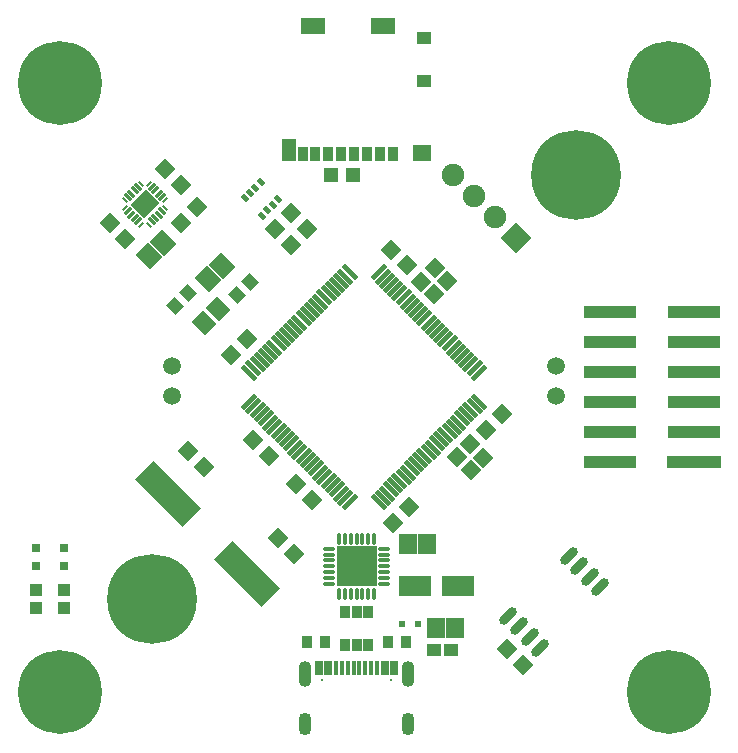
<source format=gbr>
%TF.GenerationSoftware,Altium Limited,Altium Designer,24.2.2 (26)*%
G04 Layer_Color=8388736*
%FSLAX45Y45*%
%MOMM*%
%TF.SameCoordinates,D31C6D6D-B6E9-44EC-8E0F-9CDDCF0E9FEB*%
%TF.FilePolarity,Negative*%
%TF.FileFunction,Soldermask,Top*%
%TF.Part,Single*%
G01*
G75*
%TA.AperFunction,SMDPad,CuDef*%
%ADD11R,0.80000X0.80000*%
%ADD78R,1.10320X1.05320*%
%ADD79O,0.35000X1.10000*%
%ADD80O,1.10000X0.35000*%
%ADD81R,3.35000X3.35000*%
%ADD82R,4.60000X1.10000*%
%ADD83R,4.42000X1.10000*%
%ADD84P,1.83848X4X180.0*%
%ADD85P,1.83848X4X270.0*%
G04:AMPARAMS|DCode=86|XSize=0.35mm|YSize=0.85mm|CornerRadius=0mm|HoleSize=0mm|Usage=FLASHONLY|Rotation=135.000|XOffset=0mm|YOffset=0mm|HoleType=Round|Shape=Round|*
%AMOVALD86*
21,1,0.50000,0.35000,0.00000,0.00000,225.0*
1,1,0.35000,0.17678,0.17678*
1,1,0.35000,-0.17678,-0.17678*
%
%ADD86OVALD86*%

G04:AMPARAMS|DCode=87|XSize=0.35mm|YSize=0.85mm|CornerRadius=0mm|HoleSize=0mm|Usage=FLASHONLY|Rotation=45.000|XOffset=0mm|YOffset=0mm|HoleType=Round|Shape=Round|*
%AMOVALD87*
21,1,0.50000,0.35000,0.00000,0.00000,135.0*
1,1,0.35000,0.17678,-0.17678*
1,1,0.35000,-0.17678,0.17678*
%
%ADD87OVALD87*%

G04:AMPARAMS|DCode=88|XSize=0.23mm|YSize=0.62mm|CornerRadius=0mm|HoleSize=0mm|Usage=FLASHONLY|Rotation=135.000|XOffset=0mm|YOffset=0mm|HoleType=Round|Shape=Round|*
%AMOVALD88*
21,1,0.39000,0.23000,0.00000,0.00000,225.0*
1,1,0.23000,0.13788,0.13788*
1,1,0.23000,-0.13788,-0.13788*
%
%ADD88OVALD88*%

G04:AMPARAMS|DCode=89|XSize=0.23mm|YSize=0.62mm|CornerRadius=0mm|HoleSize=0mm|Usage=FLASHONLY|Rotation=45.000|XOffset=0mm|YOffset=0mm|HoleType=Round|Shape=Round|*
%AMOVALD89*
21,1,0.39000,0.23000,0.00000,0.00000,135.0*
1,1,0.23000,0.13788,-0.13788*
1,1,0.23000,-0.13788,0.13788*
%
%ADD89OVALD89*%

G04:AMPARAMS|DCode=90|XSize=1.83mm|YSize=1.67mm|CornerRadius=0mm|HoleSize=0mm|Usage=FLASHONLY|Rotation=45.000|XOffset=0mm|YOffset=0mm|HoleType=Round|Shape=Rectangle|*
%AMROTATEDRECTD90*
4,1,4,-0.05657,-1.23744,-1.23744,-0.05657,0.05657,1.23744,1.23744,0.05657,-0.05657,-1.23744,0.0*
%
%ADD90ROTATEDRECTD90*%

G04:AMPARAMS|DCode=91|XSize=5.7mm|YSize=2.2mm|CornerRadius=0mm|HoleSize=0mm|Usage=FLASHONLY|Rotation=315.000|XOffset=0mm|YOffset=0mm|HoleType=Round|Shape=Rectangle|*
%AMROTATEDRECTD91*
4,1,4,-2.79307,1.23744,-1.23744,2.79307,2.79307,-1.23744,1.23744,-2.79307,-2.79307,1.23744,0.0*
%
%ADD91ROTATEDRECTD91*%

G04:AMPARAMS|DCode=92|XSize=1.575mm|YSize=0.4mm|CornerRadius=0mm|HoleSize=0mm|Usage=FLASHONLY|Rotation=135.000|XOffset=0mm|YOffset=0mm|HoleType=Round|Shape=Rectangle|*
%AMROTATEDRECTD92*
4,1,4,0.69827,-0.41543,0.41543,-0.69827,-0.69827,0.41543,-0.41543,0.69827,0.69827,-0.41543,0.0*
%
%ADD92ROTATEDRECTD92*%

G04:AMPARAMS|DCode=93|XSize=1.575mm|YSize=0.4mm|CornerRadius=0mm|HoleSize=0mm|Usage=FLASHONLY|Rotation=45.000|XOffset=0mm|YOffset=0mm|HoleType=Round|Shape=Rectangle|*
%AMROTATEDRECTD93*
4,1,4,-0.41543,-0.69827,-0.69827,-0.41543,0.41543,0.69827,0.69827,0.41543,-0.41543,-0.69827,0.0*
%
%ADD93ROTATEDRECTD93*%

%ADD94R,0.50000X0.60000*%
%ADD95R,0.95000X1.00000*%
%ADD96R,1.50320X1.70320*%
%ADD97R,1.15000X1.10000*%
%ADD98R,0.90000X1.10000*%
%ADD99R,0.70000X1.25000*%
%ADD100R,0.40000X1.25000*%
%ADD101R,2.70000X1.70000*%
G04:AMPARAMS|DCode=102|XSize=1.7032mm|YSize=1.5032mm|CornerRadius=0mm|HoleSize=0mm|Usage=FLASHONLY|Rotation=135.000|XOffset=0mm|YOffset=0mm|HoleType=Round|Shape=Rectangle|*
%AMROTATEDRECTD102*
4,1,4,1.13364,-0.07071,0.07071,-1.13364,-1.13364,0.07071,-0.07071,1.13364,1.13364,-0.07071,0.0*
%
%ADD102ROTATEDRECTD102*%

G04:AMPARAMS|DCode=103|XSize=0.6mm|YSize=0.45mm|CornerRadius=0mm|HoleSize=0mm|Usage=FLASHONLY|Rotation=135.000|XOffset=0mm|YOffset=0mm|HoleType=Round|Shape=Rectangle|*
%AMROTATEDRECTD103*
4,1,4,0.37123,-0.05303,0.05303,-0.37123,-0.37123,0.05303,-0.05303,0.37123,0.37123,-0.05303,0.0*
%
%ADD103ROTATEDRECTD103*%

G04:AMPARAMS|DCode=104|XSize=1.8032mm|YSize=0.8032mm|CornerRadius=0mm|HoleSize=0mm|Usage=FLASHONLY|Rotation=225.000|XOffset=0mm|YOffset=0mm|HoleType=Round|Shape=Round|*
%AMOVALD104*
21,1,1.00000,0.80320,0.00000,0.00000,225.0*
1,1,0.80320,0.35355,0.35355*
1,1,0.80320,-0.35355,-0.35355*
%
%ADD104OVALD104*%

%ADD105R,1.30000X1.30000*%
%ADD106R,2.00000X1.45000*%
%ADD107R,1.30000X1.10000*%
%ADD108R,1.65000X1.45000*%
%ADD109R,0.95000X1.20000*%
%ADD110R,0.85000X1.20000*%
%ADD111R,1.27000X1.90000*%
G04:AMPARAMS|DCode=112|XSize=1.1032mm|YSize=1.0532mm|CornerRadius=0mm|HoleSize=0mm|Usage=FLASHONLY|Rotation=315.000|XOffset=0mm|YOffset=0mm|HoleType=Round|Shape=Rectangle|*
%AMROTATEDRECTD112*
4,1,4,-0.76240,0.01768,-0.01768,0.76240,0.76240,-0.01768,0.01768,-0.76240,-0.76240,0.01768,0.0*
%
%ADD112ROTATEDRECTD112*%

G04:AMPARAMS|DCode=113|XSize=1.6mm|YSize=1.4mm|CornerRadius=0mm|HoleSize=0mm|Usage=FLASHONLY|Rotation=315.000|XOffset=0mm|YOffset=0mm|HoleType=Round|Shape=Rectangle|*
%AMROTATEDRECTD113*
4,1,4,-1.06066,0.07071,-0.07071,1.06066,1.06066,-0.07071,0.07071,-1.06066,-1.06066,0.07071,0.0*
%
%ADD113ROTATEDRECTD113*%

G04:AMPARAMS|DCode=114|XSize=1.2032mm|YSize=1.2532mm|CornerRadius=0mm|HoleSize=0mm|Usage=FLASHONLY|Rotation=225.000|XOffset=0mm|YOffset=0mm|HoleType=Round|Shape=Rectangle|*
%AMROTATEDRECTD114*
4,1,4,-0.01768,0.86847,0.86847,-0.01768,0.01768,-0.86847,-0.86847,0.01768,-0.01768,0.86847,0.0*
%
%ADD114ROTATEDRECTD114*%

G04:AMPARAMS|DCode=115|XSize=1.2032mm|YSize=1.2532mm|CornerRadius=0mm|HoleSize=0mm|Usage=FLASHONLY|Rotation=135.000|XOffset=0mm|YOffset=0mm|HoleType=Round|Shape=Rectangle|*
%AMROTATEDRECTD115*
4,1,4,0.86847,0.01768,-0.01768,-0.86847,-0.86847,-0.01768,0.01768,0.86847,0.86847,0.01768,0.0*
%
%ADD115ROTATEDRECTD115*%

%TA.AperFunction,ViaPad*%
%ADD116C,7.60000*%
%ADD117C,7.10000*%
%TA.AperFunction,ComponentPad*%
%ADD118C,1.50000*%
%ADD119O,1.10000X1.90000*%
%ADD120C,0.20320*%
%ADD121O,1.10000X2.20000*%
%ADD122C,1.90320*%
%ADD123P,2.69153X4X180.0*%
%TA.AperFunction,ViaPad*%
%ADD124C,0.70320*%
D11*
X396240Y1812360D02*
D03*
Y1662360D02*
D03*
X637540Y1812360D02*
D03*
Y1662360D02*
D03*
D78*
X396240Y1304260D02*
D03*
Y1459260D02*
D03*
X637540Y1304260D02*
D03*
Y1459260D02*
D03*
D79*
X2961500Y1424850D02*
D03*
X3011500D02*
D03*
X3061500D02*
D03*
X3111500D02*
D03*
X3161500D02*
D03*
X3211500D02*
D03*
X3261500D02*
D03*
Y1889850D02*
D03*
X3211500D02*
D03*
X3161500D02*
D03*
X3111500D02*
D03*
X3061500D02*
D03*
X3011500D02*
D03*
X2961500D02*
D03*
D80*
X3344000Y1507350D02*
D03*
Y1557350D02*
D03*
Y1607350D02*
D03*
Y1657350D02*
D03*
Y1707350D02*
D03*
Y1757350D02*
D03*
Y1807350D02*
D03*
X2879000D02*
D03*
Y1757350D02*
D03*
Y1707350D02*
D03*
Y1657350D02*
D03*
Y1607350D02*
D03*
Y1557350D02*
D03*
Y1507350D02*
D03*
D81*
X3111500Y1657350D02*
D03*
D82*
X5965400Y2540000D02*
D03*
D83*
Y2794000D02*
D03*
Y3048000D02*
D03*
Y3302000D02*
D03*
Y3556000D02*
D03*
Y3810000D02*
D03*
X5261400D02*
D03*
Y3556000D02*
D03*
Y3302000D02*
D03*
Y3048000D02*
D03*
Y2794000D02*
D03*
Y2540000D02*
D03*
D84*
X3539653Y4205627D02*
D03*
X3405303Y4339977D02*
D03*
X2370906Y2588909D02*
D03*
X2236556Y2723259D02*
D03*
X2602672Y2353060D02*
D03*
X2737022Y2218710D02*
D03*
X2418952Y4513974D02*
D03*
X2553302Y4379624D02*
D03*
X2690995Y4517525D02*
D03*
X2556645Y4651875D02*
D03*
X1020193Y4562681D02*
D03*
X1154544Y4428330D02*
D03*
X1487305Y5020175D02*
D03*
X1621655Y4885825D02*
D03*
X4385445Y958715D02*
D03*
X4519795Y824365D02*
D03*
X2579235Y1761625D02*
D03*
X2444885Y1895975D02*
D03*
X1682885Y2632575D02*
D03*
X1817235Y2498225D02*
D03*
D85*
X2187153Y3582024D02*
D03*
X2052803Y3447674D02*
D03*
X3422042Y2027921D02*
D03*
X3556392Y2162271D02*
D03*
X4345259Y2948576D02*
D03*
X4210909Y2814226D02*
D03*
X1760835Y4701453D02*
D03*
X1626485Y4567102D02*
D03*
D86*
X1175843Y4664296D02*
D03*
X1204127Y4636012D02*
D03*
X1232412Y4607727D02*
D03*
X1260696Y4579443D02*
D03*
X1465757Y4784504D02*
D03*
X1437473Y4812788D02*
D03*
X1409188Y4841073D02*
D03*
X1380904Y4869357D02*
D03*
D87*
Y4579443D02*
D03*
X1409188Y4607727D02*
D03*
X1437473Y4636012D02*
D03*
X1465757Y4664296D02*
D03*
X1260696Y4869357D02*
D03*
X1232412Y4841073D02*
D03*
X1204127Y4812788D02*
D03*
X1175843Y4784504D02*
D03*
D88*
X1147559Y4692580D02*
D03*
X1352620Y4897641D02*
D03*
X1494041Y4756220D02*
D03*
X1288980Y4551159D02*
D03*
D89*
X1147559Y4756220D02*
D03*
X1288980Y4897641D02*
D03*
X1494041Y4692580D02*
D03*
X1352620Y4551159D02*
D03*
D90*
X1320800Y4724400D02*
D03*
D91*
X1515784Y2266276D02*
D03*
X2187536Y1594524D02*
D03*
D92*
X2203576Y3297895D02*
D03*
X2238932Y3333251D02*
D03*
X2274287Y3368606D02*
D03*
X2309643Y3403961D02*
D03*
X2344998Y3439317D02*
D03*
X2380353Y3474672D02*
D03*
X2415709Y3510027D02*
D03*
X2451064Y3545383D02*
D03*
X2486419Y3580738D02*
D03*
X2521775Y3616093D02*
D03*
X2557130Y3651449D02*
D03*
X2592486Y3686804D02*
D03*
X2627841Y3722159D02*
D03*
X2663196Y3757514D02*
D03*
X2698551Y3792870D02*
D03*
X2733907Y3828225D02*
D03*
X2769262Y3863581D02*
D03*
X2804617Y3898936D02*
D03*
X2839973Y3934291D02*
D03*
X2875328Y3969647D02*
D03*
X2910683Y4005002D02*
D03*
X2946039Y4040357D02*
D03*
X2981394Y4075713D02*
D03*
X3016749Y4111068D02*
D03*
X3052105Y4146424D02*
D03*
X4146424Y3052105D02*
D03*
X4111068Y3016749D02*
D03*
X4075713Y2981394D02*
D03*
X4040357Y2946039D02*
D03*
X4005002Y2910683D02*
D03*
X3969647Y2875328D02*
D03*
X3934291Y2839973D02*
D03*
X3898936Y2804617D02*
D03*
X3863581Y2769262D02*
D03*
X3828225Y2733907D02*
D03*
X3792870Y2698551D02*
D03*
X3757514Y2663196D02*
D03*
X3722159Y2627841D02*
D03*
X3686804Y2592486D02*
D03*
X3651449Y2557130D02*
D03*
X3616093Y2521775D02*
D03*
X3580738Y2486419D02*
D03*
X3545383Y2451064D02*
D03*
X3510027Y2415709D02*
D03*
X3474672Y2380353D02*
D03*
X3439317Y2344998D02*
D03*
X3403961Y2309643D02*
D03*
X3368606Y2274287D02*
D03*
X3333251Y2238932D02*
D03*
X3297895Y2203576D02*
D03*
D93*
Y4146424D02*
D03*
X3333251Y4111068D02*
D03*
X3368606Y4075713D02*
D03*
X3403961Y4040357D02*
D03*
X3439317Y4005002D02*
D03*
X3474672Y3969647D02*
D03*
X3510027Y3934291D02*
D03*
X3545383Y3898936D02*
D03*
X3580738Y3863581D02*
D03*
X3616093Y3828225D02*
D03*
X3651449Y3792870D02*
D03*
X3686804Y3757514D02*
D03*
X3722159Y3722159D02*
D03*
X3757514Y3686804D02*
D03*
X3792870Y3651449D02*
D03*
X3828225Y3616093D02*
D03*
X3863581Y3580738D02*
D03*
X3898936Y3545383D02*
D03*
X3934291Y3510027D02*
D03*
X3969647Y3474672D02*
D03*
X4005002Y3439317D02*
D03*
X4040357Y3403961D02*
D03*
X4075713Y3368606D02*
D03*
X4111068Y3333251D02*
D03*
X4146424Y3297895D02*
D03*
X3052105Y2203576D02*
D03*
X3016749Y2238932D02*
D03*
X2981394Y2274287D02*
D03*
X2946039Y2309643D02*
D03*
X2910683Y2344998D02*
D03*
X2875328Y2380353D02*
D03*
X2839973Y2415709D02*
D03*
X2804617Y2451064D02*
D03*
X2769262Y2486419D02*
D03*
X2733907Y2521775D02*
D03*
X2698551Y2557130D02*
D03*
X2663196Y2592486D02*
D03*
X2627841Y2627841D02*
D03*
X2592486Y2663196D02*
D03*
X2557130Y2698551D02*
D03*
X2521775Y2733907D02*
D03*
X2486419Y2769262D02*
D03*
X2451064Y2804617D02*
D03*
X2415709Y2839973D02*
D03*
X2380353Y2875328D02*
D03*
X2344998Y2910683D02*
D03*
X2309643Y2946039D02*
D03*
X2274287Y2981394D02*
D03*
X2238932Y3016749D02*
D03*
X2203576Y3052105D02*
D03*
D94*
X3634573Y1170802D02*
D03*
X3494572D02*
D03*
D95*
X2693640Y1018100D02*
D03*
X2848640D02*
D03*
X3529779Y1018069D02*
D03*
X3374779D02*
D03*
D96*
X3948380Y1137920D02*
D03*
X3783380D02*
D03*
X3708669Y1843681D02*
D03*
X3543669D02*
D03*
D97*
X3914714Y950133D02*
D03*
X3764714D02*
D03*
D98*
X3016500Y1267800D02*
D03*
X3111500D02*
D03*
X3206500D02*
D03*
Y992800D02*
D03*
X3111500D02*
D03*
X3016500D02*
D03*
D99*
X2791500Y799800D02*
D03*
X2871500D02*
D03*
X3431500D02*
D03*
X3351500D02*
D03*
D100*
X3286500D02*
D03*
X3036500D02*
D03*
X3086500D02*
D03*
X2936500D02*
D03*
X3236500D02*
D03*
X3186500D02*
D03*
X3136500D02*
D03*
X2986500D02*
D03*
D101*
X3966800Y1488440D02*
D03*
X3606800D02*
D03*
D102*
X1357234Y4282297D02*
D03*
X1473906Y4398969D02*
D03*
X1857060Y4086961D02*
D03*
X1973732Y4203633D02*
D03*
D103*
X2163682Y4772484D02*
D03*
X2209644Y4818447D02*
D03*
X2255606Y4864408D02*
D03*
X2301568Y4910370D02*
D03*
X2446525Y4765414D02*
D03*
X2400563Y4719452D02*
D03*
X2354601Y4673490D02*
D03*
X2308639Y4627528D02*
D03*
D104*
X5175995Y1479098D02*
D03*
X5086192Y1568900D02*
D03*
X4996390Y1658703D02*
D03*
X4906587Y1748506D02*
D03*
X4397470Y1239388D02*
D03*
X4487273Y1149586D02*
D03*
X4577075Y1059784D02*
D03*
X4666878Y969981D02*
D03*
D105*
X2894580Y4973320D02*
D03*
X3084580D02*
D03*
D106*
X2739250Y6230850D02*
D03*
X3336250D02*
D03*
D107*
X3686250Y5763350D02*
D03*
Y6133350D02*
D03*
D108*
X3668750Y5160850D02*
D03*
D109*
X3422750Y5148350D02*
D03*
X3312750D02*
D03*
X3202750D02*
D03*
X3092750D02*
D03*
X2982750D02*
D03*
X2872750D02*
D03*
X2762750D02*
D03*
D110*
X2657750D02*
D03*
D111*
X2536750Y5183350D02*
D03*
D112*
X1577038Y3858563D02*
D03*
X1686640Y3968164D02*
D03*
X2103563Y3953299D02*
D03*
X2213164Y4062900D02*
D03*
D113*
X1934595Y3833998D02*
D03*
X1817922Y3717326D02*
D03*
D114*
X3878306Y4075885D02*
D03*
X3772240Y4181951D02*
D03*
X3763779Y3962193D02*
D03*
X3657713Y4068259D02*
D03*
D115*
X4076659Y2472870D02*
D03*
X4182725Y2578936D02*
D03*
X3962707Y2586027D02*
D03*
X4068773Y2692093D02*
D03*
D116*
X1378941Y1378941D02*
D03*
X4971059Y4971059D02*
D03*
D117*
X5753100Y596900D02*
D03*
Y5753100D02*
D03*
X596900D02*
D03*
Y596900D02*
D03*
D118*
X1550200Y3098800D02*
D03*
Y3352800D02*
D03*
X4799800Y3098800D02*
D03*
Y3352800D02*
D03*
D119*
X2679500Y324300D02*
D03*
X3543500D02*
D03*
D120*
X2822500Y692300D02*
D03*
X3400500D02*
D03*
D121*
X3543500Y742300D02*
D03*
X2679500D02*
D03*
D122*
X3925035Y4972585D02*
D03*
X4104640Y4792980D02*
D03*
X4284245Y4613375D02*
D03*
D123*
X4463850Y4433770D02*
D03*
D124*
X3001500Y1547350D02*
D03*
Y1657350D02*
D03*
Y1767350D02*
D03*
X3111500Y1547350D02*
D03*
Y1657350D02*
D03*
Y1767350D02*
D03*
X3221500Y1547350D02*
D03*
Y1657350D02*
D03*
Y1767350D02*
D03*
%TF.MD5,45495157d1620134db057b93d715d8b1*%
M02*

</source>
